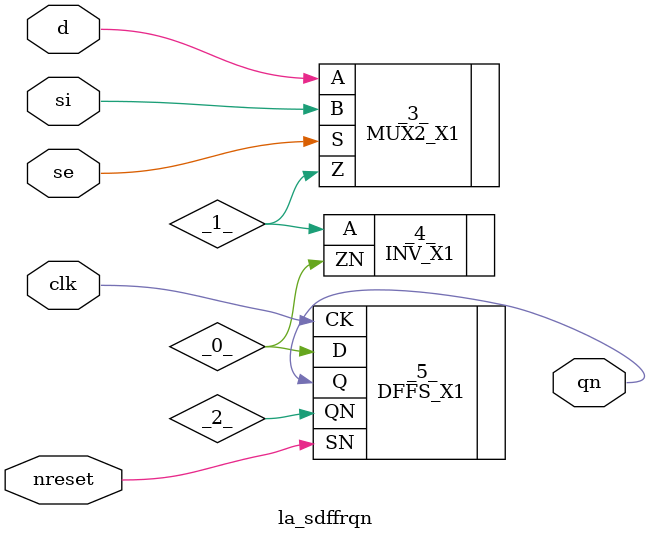
<source format=v>

/* Generated by Yosys 0.44 (git sha1 80ba43d26, g++ 11.4.0-1ubuntu1~22.04 -fPIC -O3) */

(* top =  1  *)
(* src = "inputs/la_sdffrqn.v:11.1-26.10" *)
module la_sdffrqn (
    d,
    si,
    se,
    clk,
    nreset,
    qn
);
  (* src = "inputs/la_sdffrqn.v:22.3-24.30" *)
  wire _0_;
  wire _1_;
  (* unused_bits = "0" *)
  wire _2_;
  (* src = "inputs/la_sdffrqn.v:17.16-17.19" *)
  input clk;
  wire clk;
  (* src = "inputs/la_sdffrqn.v:14.16-14.17" *)
  input d;
  wire d;
  (* src = "inputs/la_sdffrqn.v:18.16-18.22" *)
  input nreset;
  wire nreset;
  (* src = "inputs/la_sdffrqn.v:19.16-19.18" *)
  output qn;
  wire qn;
  (* src = "inputs/la_sdffrqn.v:16.16-16.18" *)
  input se;
  wire se;
  (* src = "inputs/la_sdffrqn.v:15.16-15.18" *)
  input si;
  wire si;
  MUX2_X1 _3_ (
      .A(d),
      .B(si),
      .S(se),
      .Z(_1_)
  );
  INV_X1 _4_ (
      .A (_1_),
      .ZN(_0_)
  );
  (* src = "inputs/la_sdffrqn.v:22.3-24.30" *)
  DFFS_X1 _5_ (
      .CK(clk),
      .D (_0_),
      .Q (qn),
      .QN(_2_),
      .SN(nreset)
  );
endmodule

</source>
